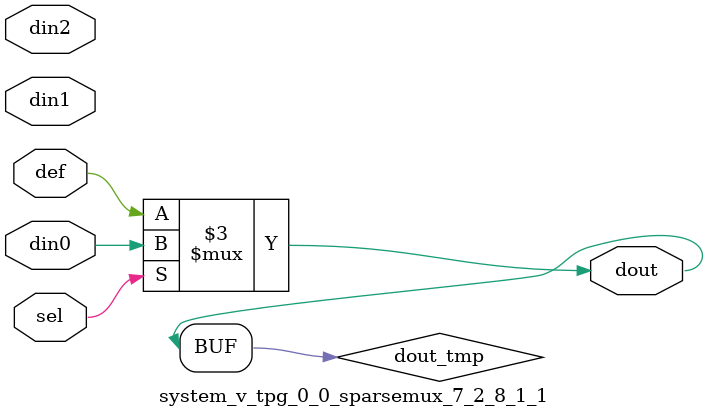
<source format=v>
`timescale 1ns / 1ps

module system_v_tpg_0_0_sparsemux_7_2_8_1_1 (din0,din1,din2,def,sel,dout);

parameter din0_WIDTH = 1;

parameter din1_WIDTH = 1;

parameter din2_WIDTH = 1;

parameter def_WIDTH = 1;
parameter sel_WIDTH = 1;
parameter dout_WIDTH = 1;

parameter [sel_WIDTH-1:0] CASE0 = 1;

parameter [sel_WIDTH-1:0] CASE1 = 1;

parameter [sel_WIDTH-1:0] CASE2 = 1;

parameter ID = 1;
parameter NUM_STAGE = 1;



input [din0_WIDTH-1:0] din0;

input [din1_WIDTH-1:0] din1;

input [din2_WIDTH-1:0] din2;

input [def_WIDTH-1:0] def;
input [sel_WIDTH-1:0] sel;

output [dout_WIDTH-1:0] dout;



reg [dout_WIDTH-1:0] dout_tmp;


always @ (*) begin
(* parallel_case *) case (sel)
    
    CASE0 : dout_tmp = din0;
    
    CASE1 : dout_tmp = din1;
    
    CASE2 : dout_tmp = din2;
    
    default : dout_tmp = def;
endcase
end


assign dout = dout_tmp;



endmodule

</source>
